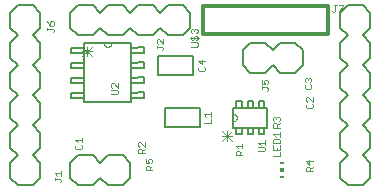
<source format=gto>
G75*
%MOIN*%
%OFA0B0*%
%FSLAX25Y25*%
%IPPOS*%
%LPD*%
%AMOC8*
5,1,8,0,0,1.08239X$1,22.5*
%
%ADD10C,0.00200*%
%ADD11C,0.00600*%
%ADD12C,0.00000*%
%ADD13C,0.00300*%
%ADD14C,0.00100*%
%ADD15C,0.00500*%
%ADD16C,0.00800*%
%ADD17C,0.01200*%
%ADD18R,0.01181X0.00591*%
%ADD19R,0.01181X0.01181*%
D10*
X0021298Y0008214D02*
X0021298Y0008948D01*
X0021298Y0008581D02*
X0023133Y0008581D01*
X0023500Y0008214D01*
X0023500Y0007847D01*
X0023133Y0007480D01*
X0023500Y0009690D02*
X0023500Y0011158D01*
X0023500Y0010424D02*
X0021298Y0010424D01*
X0022032Y0009690D01*
X0028565Y0018600D02*
X0030033Y0018600D01*
X0030400Y0018967D01*
X0030400Y0019701D01*
X0030033Y0020068D01*
X0030400Y0020810D02*
X0030400Y0022278D01*
X0030400Y0021544D02*
X0028198Y0021544D01*
X0028932Y0020810D01*
X0028565Y0020068D02*
X0028198Y0019701D01*
X0028198Y0018967D01*
X0028565Y0018600D01*
X0049098Y0018281D02*
X0049098Y0017180D01*
X0051300Y0017180D01*
X0050566Y0017180D02*
X0050566Y0018281D01*
X0050199Y0018648D01*
X0049465Y0018648D01*
X0049098Y0018281D01*
X0049465Y0019390D02*
X0049098Y0019757D01*
X0049098Y0020491D01*
X0049465Y0020858D01*
X0049832Y0020858D01*
X0051300Y0019390D01*
X0051300Y0020858D01*
X0051300Y0018648D02*
X0050566Y0017914D01*
X0051698Y0015278D02*
X0051698Y0013810D01*
X0052799Y0013810D01*
X0052432Y0014544D01*
X0052432Y0014911D01*
X0052799Y0015278D01*
X0053533Y0015278D01*
X0053900Y0014911D01*
X0053900Y0014177D01*
X0053533Y0013810D01*
X0053900Y0013068D02*
X0053166Y0012334D01*
X0053166Y0012701D02*
X0053166Y0011600D01*
X0053900Y0011600D02*
X0051698Y0011600D01*
X0051698Y0012701D01*
X0052065Y0013068D01*
X0052799Y0013068D01*
X0053166Y0012701D01*
X0071098Y0027180D02*
X0073300Y0027180D01*
X0073300Y0028648D01*
X0073300Y0029390D02*
X0073300Y0030858D01*
X0073300Y0030124D02*
X0071098Y0030124D01*
X0071832Y0029390D01*
X0083900Y0020278D02*
X0083900Y0018810D01*
X0083900Y0019544D02*
X0081698Y0019544D01*
X0082432Y0018810D01*
X0082065Y0018068D02*
X0082799Y0018068D01*
X0083166Y0017701D01*
X0083166Y0016600D01*
X0083166Y0017334D02*
X0083900Y0018068D01*
X0083900Y0016600D02*
X0081698Y0016600D01*
X0081698Y0017701D01*
X0082065Y0018068D01*
X0094198Y0018310D02*
X0096400Y0018310D01*
X0096400Y0019778D01*
X0096400Y0020520D02*
X0096400Y0021621D01*
X0096033Y0021988D01*
X0094565Y0021988D01*
X0094198Y0021621D01*
X0094198Y0020520D01*
X0096400Y0020520D01*
X0095299Y0019044D02*
X0095299Y0018310D01*
X0094198Y0018310D02*
X0094198Y0019778D01*
X0096400Y0017568D02*
X0096400Y0016100D01*
X0094198Y0016100D01*
X0094932Y0022730D02*
X0094198Y0023464D01*
X0096400Y0023464D01*
X0096400Y0022730D02*
X0096400Y0024198D01*
X0096300Y0025680D02*
X0094098Y0025680D01*
X0094098Y0026781D01*
X0094465Y0027148D01*
X0095199Y0027148D01*
X0095566Y0026781D01*
X0095566Y0025680D01*
X0095566Y0026414D02*
X0096300Y0027148D01*
X0095933Y0027890D02*
X0096300Y0028257D01*
X0096300Y0028991D01*
X0095933Y0029358D01*
X0095566Y0029358D01*
X0095199Y0028991D01*
X0095199Y0028624D01*
X0095199Y0028991D02*
X0094832Y0029358D01*
X0094465Y0029358D01*
X0094098Y0028991D01*
X0094098Y0028257D01*
X0094465Y0027890D01*
X0105098Y0032547D02*
X0105465Y0032180D01*
X0106933Y0032180D01*
X0107300Y0032547D01*
X0107300Y0033281D01*
X0106933Y0033648D01*
X0107300Y0034390D02*
X0105832Y0035858D01*
X0105465Y0035858D01*
X0105098Y0035491D01*
X0105098Y0034757D01*
X0105465Y0034390D01*
X0105465Y0033648D02*
X0105098Y0033281D01*
X0105098Y0032547D01*
X0107300Y0034390D02*
X0107300Y0035858D01*
X0106433Y0038680D02*
X0104965Y0038680D01*
X0104598Y0039047D01*
X0104598Y0039781D01*
X0104965Y0040148D01*
X0104965Y0040890D02*
X0104598Y0041257D01*
X0104598Y0041991D01*
X0104965Y0042358D01*
X0105332Y0042358D01*
X0105699Y0041991D01*
X0106066Y0042358D01*
X0106433Y0042358D01*
X0106800Y0041991D01*
X0106800Y0041257D01*
X0106433Y0040890D01*
X0105699Y0041624D02*
X0105699Y0041991D01*
X0106433Y0040148D02*
X0106800Y0039781D01*
X0106800Y0039047D01*
X0106433Y0038680D01*
X0092500Y0038714D02*
X0092500Y0038347D01*
X0092133Y0037980D01*
X0092500Y0038714D02*
X0092133Y0039081D01*
X0090298Y0039081D01*
X0090298Y0038714D02*
X0090298Y0039448D01*
X0090298Y0040190D02*
X0091399Y0040190D01*
X0091032Y0040924D01*
X0091032Y0041291D01*
X0091399Y0041658D01*
X0092133Y0041658D01*
X0092500Y0041291D01*
X0092500Y0040557D01*
X0092133Y0040190D01*
X0090298Y0040190D02*
X0090298Y0041658D01*
X0071400Y0044967D02*
X0071400Y0045701D01*
X0071033Y0046068D01*
X0070299Y0046810D02*
X0070299Y0048278D01*
X0069198Y0047911D02*
X0070299Y0046810D01*
X0069565Y0046068D02*
X0069198Y0045701D01*
X0069198Y0044967D01*
X0069565Y0044600D01*
X0071033Y0044600D01*
X0071400Y0044967D01*
X0071400Y0047911D02*
X0069198Y0047911D01*
X0068546Y0052706D02*
X0066711Y0052706D01*
X0068546Y0052706D02*
X0068913Y0053072D01*
X0068913Y0053806D01*
X0068546Y0054173D01*
X0066711Y0054173D01*
X0067078Y0054915D02*
X0066711Y0055282D01*
X0066711Y0056016D01*
X0067078Y0056383D01*
X0067078Y0057125D02*
X0066711Y0057492D01*
X0066711Y0058226D01*
X0067078Y0058593D01*
X0067445Y0058593D01*
X0067812Y0058226D01*
X0068179Y0058593D01*
X0068546Y0058593D01*
X0068913Y0058226D01*
X0068913Y0057492D01*
X0068546Y0057125D01*
X0068546Y0056383D02*
X0068179Y0056383D01*
X0067812Y0056016D01*
X0067812Y0055282D01*
X0067445Y0054915D01*
X0067078Y0054915D01*
X0066344Y0055649D02*
X0069280Y0055649D01*
X0068913Y0055282D02*
X0068913Y0056016D01*
X0068546Y0056383D01*
X0068913Y0055282D02*
X0068546Y0054915D01*
X0067812Y0057859D02*
X0067812Y0058226D01*
X0057500Y0055158D02*
X0057500Y0053690D01*
X0056032Y0055158D01*
X0055665Y0055158D01*
X0055298Y0054791D01*
X0055298Y0054057D01*
X0055665Y0053690D01*
X0055298Y0052948D02*
X0055298Y0052214D01*
X0055298Y0052581D02*
X0057133Y0052581D01*
X0057500Y0052214D01*
X0057500Y0051847D01*
X0057133Y0051480D01*
X0021000Y0057847D02*
X0020633Y0057480D01*
X0021000Y0057847D02*
X0021000Y0058214D01*
X0020633Y0058581D01*
X0018798Y0058581D01*
X0018798Y0058214D02*
X0018798Y0058948D01*
X0019899Y0059690D02*
X0019899Y0060791D01*
X0020266Y0061158D01*
X0020633Y0061158D01*
X0021000Y0060791D01*
X0021000Y0060057D01*
X0020633Y0059690D01*
X0019899Y0059690D01*
X0019165Y0060424D01*
X0018798Y0061158D01*
X0105098Y0014491D02*
X0106199Y0013390D01*
X0106199Y0014858D01*
X0107300Y0014491D02*
X0105098Y0014491D01*
X0105465Y0012648D02*
X0106199Y0012648D01*
X0106566Y0012281D01*
X0106566Y0011180D01*
X0107300Y0011180D02*
X0105098Y0011180D01*
X0105098Y0012281D01*
X0105465Y0012648D01*
X0106566Y0011914D02*
X0107300Y0012648D01*
X0114167Y0064300D02*
X0114534Y0064300D01*
X0114901Y0064667D01*
X0114901Y0066502D01*
X0114534Y0066502D02*
X0115268Y0066502D01*
X0116010Y0066502D02*
X0117478Y0066502D01*
X0117478Y0066135D01*
X0116010Y0064667D01*
X0116010Y0064300D01*
X0114167Y0064300D02*
X0113800Y0064667D01*
D11*
X0091100Y0034500D02*
X0089300Y0034500D01*
X0089300Y0032400D01*
X0091100Y0032400D01*
X0091100Y0034500D01*
X0092200Y0032400D02*
X0080800Y0032400D01*
X0080800Y0030200D01*
X0080800Y0027800D01*
X0080800Y0025600D01*
X0092200Y0025600D01*
X0092200Y0032400D01*
X0087400Y0032400D02*
X0087400Y0034500D01*
X0085600Y0034500D01*
X0085600Y0032400D01*
X0087400Y0032400D01*
X0083700Y0032400D02*
X0083700Y0034500D01*
X0081900Y0034500D01*
X0081900Y0032400D01*
X0083700Y0032400D01*
X0083700Y0025600D02*
X0081900Y0025600D01*
X0081900Y0023500D01*
X0083700Y0023500D01*
X0083700Y0025600D01*
X0085600Y0025600D02*
X0085600Y0023500D01*
X0087400Y0023500D01*
X0087400Y0025600D01*
X0085600Y0025600D01*
X0089300Y0025600D02*
X0089300Y0023500D01*
X0091100Y0023500D01*
X0091100Y0025600D01*
X0089300Y0025600D01*
X0051200Y0035600D02*
X0051200Y0037500D01*
X0046800Y0037400D01*
X0046800Y0035600D01*
X0051200Y0035600D01*
X0046800Y0034200D02*
X0046800Y0053800D01*
X0037800Y0053800D01*
X0031200Y0053800D01*
X0031200Y0034200D01*
X0046800Y0034200D01*
X0046800Y0040600D02*
X0051200Y0040600D01*
X0051200Y0042500D01*
X0046800Y0042400D01*
X0046800Y0040600D01*
X0046800Y0045600D02*
X0051200Y0045600D01*
X0051200Y0047500D01*
X0046800Y0047400D01*
X0046800Y0045600D01*
X0046800Y0050600D02*
X0051200Y0050600D01*
X0051200Y0052500D01*
X0046800Y0052400D01*
X0046800Y0050600D01*
X0031200Y0050600D02*
X0026800Y0050500D01*
X0026800Y0052400D01*
X0031200Y0052400D01*
X0031200Y0050600D01*
X0031200Y0047400D02*
X0026800Y0047400D01*
X0026800Y0045500D01*
X0031200Y0045600D01*
X0031200Y0047400D01*
X0031200Y0042400D02*
X0026800Y0042400D01*
X0026800Y0040500D01*
X0031200Y0040600D01*
X0031200Y0042400D01*
X0031200Y0037400D02*
X0026800Y0037400D01*
X0026800Y0035500D01*
X0031200Y0035600D01*
X0031200Y0037400D01*
D12*
X0037800Y0053800D02*
X0037805Y0053732D01*
X0037814Y0053664D01*
X0037826Y0053596D01*
X0037843Y0053530D01*
X0037863Y0053464D01*
X0037887Y0053400D01*
X0037914Y0053337D01*
X0037945Y0053276D01*
X0037980Y0053216D01*
X0038018Y0053159D01*
X0038059Y0053104D01*
X0038103Y0053052D01*
X0038150Y0053002D01*
X0038200Y0052955D01*
X0038252Y0052910D01*
X0038307Y0052869D01*
X0038364Y0052831D01*
X0038423Y0052797D01*
X0038484Y0052765D01*
X0038547Y0052738D01*
X0038611Y0052714D01*
X0038677Y0052693D01*
X0038743Y0052677D01*
X0038811Y0052664D01*
X0038879Y0052655D01*
X0038947Y0052650D01*
X0039016Y0052649D01*
X0039084Y0052652D01*
X0039153Y0052659D01*
X0039220Y0052669D01*
X0039287Y0052684D01*
X0039353Y0052702D01*
X0039418Y0052724D01*
X0039482Y0052750D01*
X0039544Y0052779D01*
X0039604Y0052812D01*
X0039662Y0052848D01*
X0039719Y0052888D01*
X0039772Y0052930D01*
X0039824Y0052976D01*
X0039872Y0053024D01*
X0039918Y0053075D01*
X0039961Y0053129D01*
X0040000Y0053185D01*
X0040037Y0053243D01*
X0040069Y0053303D01*
X0040099Y0053365D01*
X0040125Y0053429D01*
X0040147Y0053494D01*
X0040165Y0053560D01*
X0040180Y0053627D01*
X0040191Y0053695D01*
X0040198Y0053763D01*
X0040201Y0053831D01*
X0040200Y0053900D01*
X0080800Y0030200D02*
X0080869Y0030198D01*
X0080937Y0030192D01*
X0081005Y0030182D01*
X0081072Y0030169D01*
X0081138Y0030151D01*
X0081203Y0030130D01*
X0081267Y0030105D01*
X0081329Y0030077D01*
X0081390Y0030045D01*
X0081449Y0030010D01*
X0081505Y0029971D01*
X0081560Y0029929D01*
X0081611Y0029884D01*
X0081661Y0029836D01*
X0081707Y0029786D01*
X0081750Y0029733D01*
X0081791Y0029677D01*
X0081828Y0029620D01*
X0081861Y0029560D01*
X0081892Y0029498D01*
X0081918Y0029435D01*
X0081941Y0029371D01*
X0081961Y0029305D01*
X0081976Y0029238D01*
X0081988Y0029171D01*
X0081996Y0029103D01*
X0082000Y0029034D01*
X0082000Y0028966D01*
X0081996Y0028897D01*
X0081988Y0028829D01*
X0081976Y0028762D01*
X0081961Y0028695D01*
X0081941Y0028629D01*
X0081918Y0028565D01*
X0081892Y0028502D01*
X0081861Y0028440D01*
X0081828Y0028380D01*
X0081791Y0028323D01*
X0081750Y0028267D01*
X0081707Y0028214D01*
X0081661Y0028164D01*
X0081611Y0028116D01*
X0081560Y0028071D01*
X0081505Y0028029D01*
X0081449Y0027990D01*
X0081390Y0027955D01*
X0081329Y0027923D01*
X0081267Y0027895D01*
X0081203Y0027870D01*
X0081138Y0027849D01*
X0081072Y0027831D01*
X0081005Y0027818D01*
X0080937Y0027808D01*
X0080869Y0027802D01*
X0080800Y0027800D01*
D13*
X0080366Y0024486D02*
X0077230Y0021350D01*
X0078798Y0021350D02*
X0078798Y0024486D01*
X0077230Y0024486D02*
X0080366Y0021350D01*
X0080366Y0022918D02*
X0077230Y0022918D01*
X0033686Y0049534D02*
X0030550Y0052670D01*
X0030550Y0051102D02*
X0033686Y0051102D01*
X0033686Y0052670D02*
X0030550Y0049534D01*
X0032118Y0049534D02*
X0032118Y0052670D01*
D14*
X0040532Y0040495D02*
X0040148Y0040111D01*
X0040148Y0039344D01*
X0040532Y0038960D01*
X0040148Y0038285D02*
X0042066Y0038285D01*
X0042450Y0037901D01*
X0042450Y0037134D01*
X0042066Y0036750D01*
X0040148Y0036750D01*
X0042450Y0038960D02*
X0040915Y0040495D01*
X0040532Y0040495D01*
X0042450Y0040495D02*
X0042450Y0038960D01*
X0089148Y0020727D02*
X0089915Y0019960D01*
X0089148Y0019285D02*
X0091066Y0019285D01*
X0091450Y0018901D01*
X0091450Y0018134D01*
X0091066Y0017750D01*
X0089148Y0017750D01*
X0091450Y0019960D02*
X0091450Y0021495D01*
X0091450Y0020727D02*
X0089148Y0020727D01*
D15*
X0069906Y0025850D02*
X0058094Y0025850D01*
X0058094Y0032150D01*
X0069906Y0032150D01*
X0069906Y0025850D01*
X0067406Y0043350D02*
X0055594Y0043350D01*
X0055594Y0049650D01*
X0067406Y0049650D01*
X0067406Y0043350D01*
D16*
X0014000Y0006500D02*
X0009000Y0006500D01*
X0006500Y0009000D01*
X0006500Y0014000D01*
X0009000Y0016500D01*
X0006500Y0019000D01*
X0006500Y0024000D01*
X0009000Y0026500D01*
X0006500Y0029000D01*
X0006500Y0034000D01*
X0009000Y0036500D01*
X0006500Y0039000D01*
X0006500Y0044000D01*
X0009000Y0046500D01*
X0006500Y0049000D01*
X0006500Y0054000D01*
X0009000Y0056500D01*
X0006500Y0059000D01*
X0006500Y0064000D01*
X0009000Y0066500D01*
X0014000Y0066500D01*
X0016500Y0064000D01*
X0016500Y0059000D01*
X0014000Y0056500D01*
X0016500Y0054000D01*
X0016500Y0049000D01*
X0014000Y0046500D01*
X0016500Y0044000D01*
X0016500Y0039000D01*
X0014000Y0036500D01*
X0016500Y0034000D01*
X0016500Y0029000D01*
X0014000Y0026500D01*
X0016500Y0024000D01*
X0016500Y0019000D01*
X0014000Y0016500D01*
X0016500Y0014000D01*
X0016500Y0009000D01*
X0014000Y0006500D01*
X0026500Y0009000D02*
X0026500Y0014000D01*
X0029000Y0016500D01*
X0034000Y0016500D01*
X0036500Y0014000D01*
X0039000Y0016500D01*
X0044000Y0016500D01*
X0046500Y0014000D01*
X0046500Y0009000D01*
X0044000Y0006500D01*
X0039000Y0006500D01*
X0036500Y0009000D01*
X0034000Y0006500D01*
X0029000Y0006500D01*
X0026500Y0009000D01*
X0084000Y0046500D02*
X0086500Y0044000D01*
X0091500Y0044000D01*
X0094000Y0046500D01*
X0096500Y0044000D01*
X0101500Y0044000D01*
X0104000Y0046500D01*
X0104000Y0051500D01*
X0101500Y0054000D01*
X0096500Y0054000D01*
X0094000Y0051500D01*
X0091500Y0054000D01*
X0086500Y0054000D01*
X0084000Y0051500D01*
X0084000Y0046500D01*
X0066500Y0059000D02*
X0064000Y0056500D01*
X0059000Y0056500D01*
X0056500Y0059000D01*
X0054000Y0056500D01*
X0049000Y0056500D01*
X0046500Y0059000D01*
X0044000Y0056500D01*
X0039000Y0056500D01*
X0036500Y0059000D01*
X0034000Y0056500D01*
X0029000Y0056500D01*
X0026500Y0059000D01*
X0026500Y0064000D01*
X0029000Y0066500D01*
X0034000Y0066500D01*
X0036500Y0064000D01*
X0039000Y0066500D01*
X0044000Y0066500D01*
X0046500Y0064000D01*
X0049000Y0066500D01*
X0054000Y0066500D01*
X0056500Y0064000D01*
X0059000Y0066500D01*
X0064000Y0066500D01*
X0066500Y0064000D01*
X0066500Y0059000D01*
X0116500Y0059000D02*
X0116500Y0064000D01*
X0119000Y0066500D01*
X0124000Y0066500D01*
X0126500Y0064000D01*
X0126500Y0059000D01*
X0124000Y0056500D01*
X0126500Y0054000D01*
X0126500Y0049000D01*
X0124000Y0046500D01*
X0126500Y0044000D01*
X0126500Y0039000D01*
X0124000Y0036500D01*
X0126500Y0034000D01*
X0126500Y0029000D01*
X0124000Y0026500D01*
X0126500Y0024000D01*
X0126500Y0019000D01*
X0124000Y0016500D01*
X0126500Y0014000D01*
X0126500Y0009000D01*
X0124000Y0006500D01*
X0119000Y0006500D01*
X0116500Y0009000D01*
X0116500Y0014000D01*
X0119000Y0016500D01*
X0116500Y0019000D01*
X0116500Y0024000D01*
X0119000Y0026500D01*
X0116500Y0029000D01*
X0116500Y0034000D01*
X0119000Y0036500D01*
X0116500Y0039000D01*
X0116500Y0044000D01*
X0119000Y0046500D01*
X0116500Y0049000D01*
X0116500Y0054000D01*
X0119000Y0056500D01*
X0116500Y0059000D01*
D17*
X0112366Y0056776D02*
X0112366Y0066224D01*
X0070634Y0066224D01*
X0070634Y0056776D01*
X0091894Y0056776D01*
X0091500Y0056776D02*
X0112366Y0056776D01*
D18*
X0097091Y0013862D03*
X0097091Y0009138D03*
D19*
X0097091Y0011500D03*
M02*

</source>
